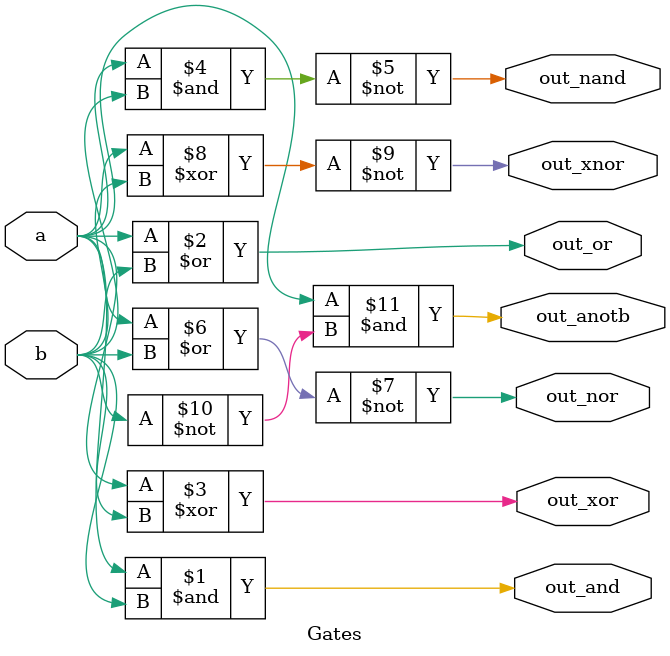
<source format=v>

module Gates (
    input  a, b     ,
    output out_and  ,
    output out_or   ,
    output out_xor  ,
    output out_nand ,
    output out_nor  ,
    output out_xnor ,
    output out_anotb
);
    assign out_and   = a & b;
    assign out_or    = a | b;
    assign out_xor   = a ^ b;
    assign out_nand  = ~(a & b);
    assign out_nor   = ~(a | b);
    assign out_xnor  = ~(a ^ b);
    assign out_anotb = (a & (~b));
endmodule

</source>
